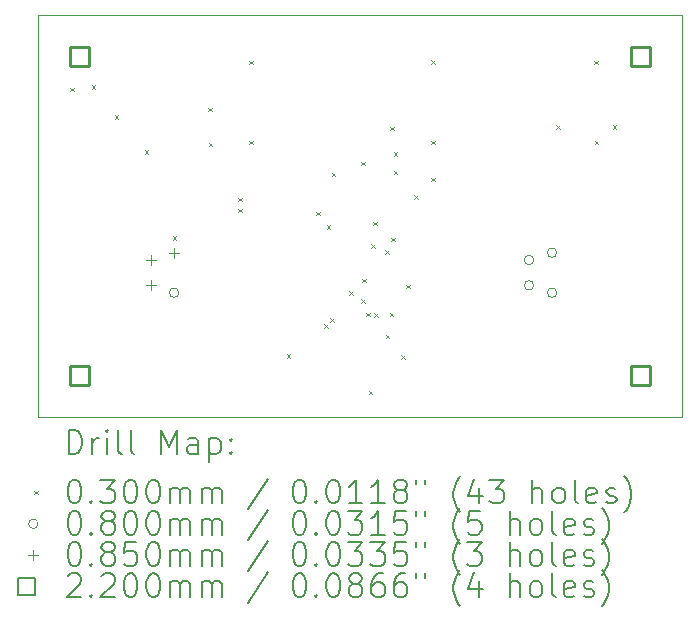
<source format=gbr>
%TF.GenerationSoftware,KiCad,Pcbnew,9.0.4*%
%TF.CreationDate,2025-12-23T06:35:13-05:00*%
%TF.ProjectId,main_board_peripheral_v2,6d61696e-5f62-46f6-9172-645f70657269,rev?*%
%TF.SameCoordinates,Original*%
%TF.FileFunction,Drillmap*%
%TF.FilePolarity,Positive*%
%FSLAX45Y45*%
G04 Gerber Fmt 4.5, Leading zero omitted, Abs format (unit mm)*
G04 Created by KiCad (PCBNEW 9.0.4) date 2025-12-23 06:35:13*
%MOMM*%
%LPD*%
G01*
G04 APERTURE LIST*
%ADD10C,0.050000*%
%ADD11C,0.200000*%
%ADD12C,0.100000*%
%ADD13C,0.220000*%
G04 APERTURE END LIST*
D10*
X8750000Y-7350000D02*
X14200000Y-7350000D01*
X14200000Y-10750000D01*
X8750000Y-10750000D01*
X8750000Y-7350000D01*
D11*
D12*
X9019000Y-7965000D02*
X9049000Y-7995000D01*
X9049000Y-7965000D02*
X9019000Y-7995000D01*
X9202000Y-7943000D02*
X9232000Y-7973000D01*
X9232000Y-7943000D02*
X9202000Y-7973000D01*
X9399000Y-8196000D02*
X9429000Y-8226000D01*
X9429000Y-8196000D02*
X9399000Y-8226000D01*
X9651000Y-8492000D02*
X9681000Y-8522000D01*
X9681000Y-8492000D02*
X9651000Y-8522000D01*
X9887000Y-9223000D02*
X9917000Y-9253000D01*
X9917000Y-9223000D02*
X9887000Y-9253000D01*
X10189000Y-8133000D02*
X10219000Y-8163000D01*
X10219000Y-8133000D02*
X10189000Y-8163000D01*
X10192000Y-8429000D02*
X10222000Y-8459000D01*
X10222000Y-8429000D02*
X10192000Y-8459000D01*
X10444500Y-8894000D02*
X10474500Y-8924000D01*
X10474500Y-8894000D02*
X10444500Y-8924000D01*
X10444500Y-8990000D02*
X10474500Y-9020000D01*
X10474500Y-8990000D02*
X10444500Y-9020000D01*
X10535000Y-7734000D02*
X10565000Y-7764000D01*
X10565000Y-7734000D02*
X10535000Y-7764000D01*
X10535000Y-8412500D02*
X10565000Y-8442500D01*
X10565000Y-8412500D02*
X10535000Y-8442500D01*
X10855000Y-10220000D02*
X10885000Y-10250000D01*
X10885000Y-10220000D02*
X10855000Y-10250000D01*
X11104000Y-9015000D02*
X11134000Y-9045000D01*
X11134000Y-9015000D02*
X11104000Y-9045000D01*
X11173251Y-9966349D02*
X11203251Y-9996349D01*
X11203251Y-9966349D02*
X11173251Y-9996349D01*
X11194000Y-9130000D02*
X11224000Y-9160000D01*
X11224000Y-9130000D02*
X11194000Y-9160000D01*
X11222749Y-9916851D02*
X11252749Y-9946851D01*
X11252749Y-9916851D02*
X11222749Y-9946851D01*
X11235000Y-8685000D02*
X11265000Y-8715000D01*
X11265000Y-8685000D02*
X11235000Y-8715000D01*
X11384500Y-9687500D02*
X11414500Y-9717500D01*
X11414500Y-9687500D02*
X11384500Y-9717500D01*
X11484000Y-9753000D02*
X11514000Y-9783000D01*
X11514000Y-9753000D02*
X11484000Y-9783000D01*
X11486000Y-8590000D02*
X11516000Y-8620000D01*
X11516000Y-8590000D02*
X11486000Y-8620000D01*
X11492000Y-9580000D02*
X11522000Y-9610000D01*
X11522000Y-9580000D02*
X11492000Y-9610000D01*
X11528662Y-9870918D02*
X11558662Y-9900918D01*
X11558662Y-9870918D02*
X11528662Y-9900918D01*
X11547000Y-10531000D02*
X11577000Y-10561000D01*
X11577000Y-10531000D02*
X11547000Y-10561000D01*
X11569817Y-9288663D02*
X11599817Y-9318663D01*
X11599817Y-9288663D02*
X11569817Y-9318663D01*
X11583575Y-9097425D02*
X11613575Y-9127425D01*
X11613575Y-9097425D02*
X11583575Y-9127425D01*
X11593645Y-9872373D02*
X11623645Y-9902373D01*
X11623645Y-9872373D02*
X11593645Y-9902373D01*
X11688000Y-9340000D02*
X11718000Y-9370000D01*
X11718000Y-9340000D02*
X11688000Y-9370000D01*
X11690000Y-10054000D02*
X11720000Y-10084000D01*
X11720000Y-10054000D02*
X11690000Y-10084000D01*
X11727000Y-9868849D02*
X11757000Y-9898849D01*
X11757000Y-9868849D02*
X11727000Y-9898849D01*
X11730000Y-8295000D02*
X11760000Y-8325000D01*
X11760000Y-8295000D02*
X11730000Y-8325000D01*
X11737000Y-9232500D02*
X11767000Y-9262500D01*
X11767000Y-9232500D02*
X11737000Y-9262500D01*
X11760500Y-8512500D02*
X11790500Y-8542500D01*
X11790500Y-8512500D02*
X11760500Y-8542500D01*
X11760500Y-8667500D02*
X11790500Y-8697500D01*
X11790500Y-8667500D02*
X11760500Y-8697500D01*
X11822500Y-10227500D02*
X11852500Y-10257500D01*
X11852500Y-10227500D02*
X11822500Y-10257500D01*
X11863000Y-9633000D02*
X11893000Y-9663000D01*
X11893000Y-9633000D02*
X11863000Y-9663000D01*
X11933000Y-8874000D02*
X11963000Y-8904000D01*
X11963000Y-8874000D02*
X11933000Y-8904000D01*
X12075000Y-8412500D02*
X12105000Y-8442500D01*
X12105000Y-8412500D02*
X12075000Y-8442500D01*
X12077000Y-8728000D02*
X12107000Y-8758000D01*
X12107000Y-8728000D02*
X12077000Y-8758000D01*
X12078000Y-7732000D02*
X12108000Y-7762000D01*
X12108000Y-7732000D02*
X12078000Y-7762000D01*
X13133000Y-8283000D02*
X13163000Y-8313000D01*
X13163000Y-8283000D02*
X13133000Y-8313000D01*
X13458000Y-7734000D02*
X13488000Y-7764000D01*
X13488000Y-7734000D02*
X13458000Y-7764000D01*
X13460000Y-8412500D02*
X13490000Y-8442500D01*
X13490000Y-8412500D02*
X13460000Y-8442500D01*
X13615000Y-8283000D02*
X13645000Y-8313000D01*
X13645000Y-8283000D02*
X13615000Y-8313000D01*
X9940000Y-9700000D02*
G75*
G02*
X9860000Y-9700000I-40000J0D01*
G01*
X9860000Y-9700000D02*
G75*
G02*
X9940000Y-9700000I40000J0D01*
G01*
X12945000Y-9422500D02*
G75*
G02*
X12865000Y-9422500I-40000J0D01*
G01*
X12865000Y-9422500D02*
G75*
G02*
X12945000Y-9422500I40000J0D01*
G01*
X12945000Y-9637500D02*
G75*
G02*
X12865000Y-9637500I-40000J0D01*
G01*
X12865000Y-9637500D02*
G75*
G02*
X12945000Y-9637500I40000J0D01*
G01*
X13140000Y-9360000D02*
G75*
G02*
X13060000Y-9360000I-40000J0D01*
G01*
X13060000Y-9360000D02*
G75*
G02*
X13140000Y-9360000I40000J0D01*
G01*
X13140000Y-9700000D02*
G75*
G02*
X13060000Y-9700000I-40000J0D01*
G01*
X13060000Y-9700000D02*
G75*
G02*
X13140000Y-9700000I40000J0D01*
G01*
X9705000Y-9380000D02*
X9705000Y-9465000D01*
X9662500Y-9422500D02*
X9747500Y-9422500D01*
X9705000Y-9595000D02*
X9705000Y-9680000D01*
X9662500Y-9637500D02*
X9747500Y-9637500D01*
X9900000Y-9317500D02*
X9900000Y-9402500D01*
X9857500Y-9360000D02*
X9942500Y-9360000D01*
D13*
X9177783Y-7777782D02*
X9177783Y-7622217D01*
X9022218Y-7622217D01*
X9022218Y-7777782D01*
X9177783Y-7777782D01*
X9177783Y-10477783D02*
X9177783Y-10322218D01*
X9022218Y-10322218D01*
X9022218Y-10477783D01*
X9177783Y-10477783D01*
X13927782Y-7777782D02*
X13927782Y-7622217D01*
X13772217Y-7622217D01*
X13772217Y-7777782D01*
X13927782Y-7777782D01*
X13927782Y-10477783D02*
X13927782Y-10322218D01*
X13772217Y-10322218D01*
X13772217Y-10477783D01*
X13927782Y-10477783D01*
D11*
X9008277Y-11063984D02*
X9008277Y-10863984D01*
X9008277Y-10863984D02*
X9055896Y-10863984D01*
X9055896Y-10863984D02*
X9084467Y-10873508D01*
X9084467Y-10873508D02*
X9103515Y-10892555D01*
X9103515Y-10892555D02*
X9113039Y-10911603D01*
X9113039Y-10911603D02*
X9122563Y-10949698D01*
X9122563Y-10949698D02*
X9122563Y-10978270D01*
X9122563Y-10978270D02*
X9113039Y-11016365D01*
X9113039Y-11016365D02*
X9103515Y-11035412D01*
X9103515Y-11035412D02*
X9084467Y-11054460D01*
X9084467Y-11054460D02*
X9055896Y-11063984D01*
X9055896Y-11063984D02*
X9008277Y-11063984D01*
X9208277Y-11063984D02*
X9208277Y-10930650D01*
X9208277Y-10968746D02*
X9217801Y-10949698D01*
X9217801Y-10949698D02*
X9227324Y-10940174D01*
X9227324Y-10940174D02*
X9246372Y-10930650D01*
X9246372Y-10930650D02*
X9265420Y-10930650D01*
X9332086Y-11063984D02*
X9332086Y-10930650D01*
X9332086Y-10863984D02*
X9322563Y-10873508D01*
X9322563Y-10873508D02*
X9332086Y-10883031D01*
X9332086Y-10883031D02*
X9341610Y-10873508D01*
X9341610Y-10873508D02*
X9332086Y-10863984D01*
X9332086Y-10863984D02*
X9332086Y-10883031D01*
X9455896Y-11063984D02*
X9436848Y-11054460D01*
X9436848Y-11054460D02*
X9427324Y-11035412D01*
X9427324Y-11035412D02*
X9427324Y-10863984D01*
X9560658Y-11063984D02*
X9541610Y-11054460D01*
X9541610Y-11054460D02*
X9532086Y-11035412D01*
X9532086Y-11035412D02*
X9532086Y-10863984D01*
X9789229Y-11063984D02*
X9789229Y-10863984D01*
X9789229Y-10863984D02*
X9855896Y-11006841D01*
X9855896Y-11006841D02*
X9922563Y-10863984D01*
X9922563Y-10863984D02*
X9922563Y-11063984D01*
X10103515Y-11063984D02*
X10103515Y-10959222D01*
X10103515Y-10959222D02*
X10093991Y-10940174D01*
X10093991Y-10940174D02*
X10074944Y-10930650D01*
X10074944Y-10930650D02*
X10036848Y-10930650D01*
X10036848Y-10930650D02*
X10017801Y-10940174D01*
X10103515Y-11054460D02*
X10084467Y-11063984D01*
X10084467Y-11063984D02*
X10036848Y-11063984D01*
X10036848Y-11063984D02*
X10017801Y-11054460D01*
X10017801Y-11054460D02*
X10008277Y-11035412D01*
X10008277Y-11035412D02*
X10008277Y-11016365D01*
X10008277Y-11016365D02*
X10017801Y-10997317D01*
X10017801Y-10997317D02*
X10036848Y-10987793D01*
X10036848Y-10987793D02*
X10084467Y-10987793D01*
X10084467Y-10987793D02*
X10103515Y-10978270D01*
X10198753Y-10930650D02*
X10198753Y-11130650D01*
X10198753Y-10940174D02*
X10217801Y-10930650D01*
X10217801Y-10930650D02*
X10255896Y-10930650D01*
X10255896Y-10930650D02*
X10274944Y-10940174D01*
X10274944Y-10940174D02*
X10284467Y-10949698D01*
X10284467Y-10949698D02*
X10293991Y-10968746D01*
X10293991Y-10968746D02*
X10293991Y-11025889D01*
X10293991Y-11025889D02*
X10284467Y-11044936D01*
X10284467Y-11044936D02*
X10274944Y-11054460D01*
X10274944Y-11054460D02*
X10255896Y-11063984D01*
X10255896Y-11063984D02*
X10217801Y-11063984D01*
X10217801Y-11063984D02*
X10198753Y-11054460D01*
X10379705Y-11044936D02*
X10389229Y-11054460D01*
X10389229Y-11054460D02*
X10379705Y-11063984D01*
X10379705Y-11063984D02*
X10370182Y-11054460D01*
X10370182Y-11054460D02*
X10379705Y-11044936D01*
X10379705Y-11044936D02*
X10379705Y-11063984D01*
X10379705Y-10940174D02*
X10389229Y-10949698D01*
X10389229Y-10949698D02*
X10379705Y-10959222D01*
X10379705Y-10959222D02*
X10370182Y-10949698D01*
X10370182Y-10949698D02*
X10379705Y-10940174D01*
X10379705Y-10940174D02*
X10379705Y-10959222D01*
D12*
X8717500Y-11377500D02*
X8747500Y-11407500D01*
X8747500Y-11377500D02*
X8717500Y-11407500D01*
D11*
X9046372Y-11283984D02*
X9065420Y-11283984D01*
X9065420Y-11283984D02*
X9084467Y-11293508D01*
X9084467Y-11293508D02*
X9093991Y-11303031D01*
X9093991Y-11303031D02*
X9103515Y-11322079D01*
X9103515Y-11322079D02*
X9113039Y-11360174D01*
X9113039Y-11360174D02*
X9113039Y-11407793D01*
X9113039Y-11407793D02*
X9103515Y-11445888D01*
X9103515Y-11445888D02*
X9093991Y-11464936D01*
X9093991Y-11464936D02*
X9084467Y-11474460D01*
X9084467Y-11474460D02*
X9065420Y-11483984D01*
X9065420Y-11483984D02*
X9046372Y-11483984D01*
X9046372Y-11483984D02*
X9027324Y-11474460D01*
X9027324Y-11474460D02*
X9017801Y-11464936D01*
X9017801Y-11464936D02*
X9008277Y-11445888D01*
X9008277Y-11445888D02*
X8998753Y-11407793D01*
X8998753Y-11407793D02*
X8998753Y-11360174D01*
X8998753Y-11360174D02*
X9008277Y-11322079D01*
X9008277Y-11322079D02*
X9017801Y-11303031D01*
X9017801Y-11303031D02*
X9027324Y-11293508D01*
X9027324Y-11293508D02*
X9046372Y-11283984D01*
X9198753Y-11464936D02*
X9208277Y-11474460D01*
X9208277Y-11474460D02*
X9198753Y-11483984D01*
X9198753Y-11483984D02*
X9189229Y-11474460D01*
X9189229Y-11474460D02*
X9198753Y-11464936D01*
X9198753Y-11464936D02*
X9198753Y-11483984D01*
X9274944Y-11283984D02*
X9398753Y-11283984D01*
X9398753Y-11283984D02*
X9332086Y-11360174D01*
X9332086Y-11360174D02*
X9360658Y-11360174D01*
X9360658Y-11360174D02*
X9379705Y-11369698D01*
X9379705Y-11369698D02*
X9389229Y-11379222D01*
X9389229Y-11379222D02*
X9398753Y-11398269D01*
X9398753Y-11398269D02*
X9398753Y-11445888D01*
X9398753Y-11445888D02*
X9389229Y-11464936D01*
X9389229Y-11464936D02*
X9379705Y-11474460D01*
X9379705Y-11474460D02*
X9360658Y-11483984D01*
X9360658Y-11483984D02*
X9303515Y-11483984D01*
X9303515Y-11483984D02*
X9284467Y-11474460D01*
X9284467Y-11474460D02*
X9274944Y-11464936D01*
X9522563Y-11283984D02*
X9541610Y-11283984D01*
X9541610Y-11283984D02*
X9560658Y-11293508D01*
X9560658Y-11293508D02*
X9570182Y-11303031D01*
X9570182Y-11303031D02*
X9579705Y-11322079D01*
X9579705Y-11322079D02*
X9589229Y-11360174D01*
X9589229Y-11360174D02*
X9589229Y-11407793D01*
X9589229Y-11407793D02*
X9579705Y-11445888D01*
X9579705Y-11445888D02*
X9570182Y-11464936D01*
X9570182Y-11464936D02*
X9560658Y-11474460D01*
X9560658Y-11474460D02*
X9541610Y-11483984D01*
X9541610Y-11483984D02*
X9522563Y-11483984D01*
X9522563Y-11483984D02*
X9503515Y-11474460D01*
X9503515Y-11474460D02*
X9493991Y-11464936D01*
X9493991Y-11464936D02*
X9484467Y-11445888D01*
X9484467Y-11445888D02*
X9474944Y-11407793D01*
X9474944Y-11407793D02*
X9474944Y-11360174D01*
X9474944Y-11360174D02*
X9484467Y-11322079D01*
X9484467Y-11322079D02*
X9493991Y-11303031D01*
X9493991Y-11303031D02*
X9503515Y-11293508D01*
X9503515Y-11293508D02*
X9522563Y-11283984D01*
X9713039Y-11283984D02*
X9732086Y-11283984D01*
X9732086Y-11283984D02*
X9751134Y-11293508D01*
X9751134Y-11293508D02*
X9760658Y-11303031D01*
X9760658Y-11303031D02*
X9770182Y-11322079D01*
X9770182Y-11322079D02*
X9779705Y-11360174D01*
X9779705Y-11360174D02*
X9779705Y-11407793D01*
X9779705Y-11407793D02*
X9770182Y-11445888D01*
X9770182Y-11445888D02*
X9760658Y-11464936D01*
X9760658Y-11464936D02*
X9751134Y-11474460D01*
X9751134Y-11474460D02*
X9732086Y-11483984D01*
X9732086Y-11483984D02*
X9713039Y-11483984D01*
X9713039Y-11483984D02*
X9693991Y-11474460D01*
X9693991Y-11474460D02*
X9684467Y-11464936D01*
X9684467Y-11464936D02*
X9674944Y-11445888D01*
X9674944Y-11445888D02*
X9665420Y-11407793D01*
X9665420Y-11407793D02*
X9665420Y-11360174D01*
X9665420Y-11360174D02*
X9674944Y-11322079D01*
X9674944Y-11322079D02*
X9684467Y-11303031D01*
X9684467Y-11303031D02*
X9693991Y-11293508D01*
X9693991Y-11293508D02*
X9713039Y-11283984D01*
X9865420Y-11483984D02*
X9865420Y-11350650D01*
X9865420Y-11369698D02*
X9874944Y-11360174D01*
X9874944Y-11360174D02*
X9893991Y-11350650D01*
X9893991Y-11350650D02*
X9922563Y-11350650D01*
X9922563Y-11350650D02*
X9941610Y-11360174D01*
X9941610Y-11360174D02*
X9951134Y-11379222D01*
X9951134Y-11379222D02*
X9951134Y-11483984D01*
X9951134Y-11379222D02*
X9960658Y-11360174D01*
X9960658Y-11360174D02*
X9979705Y-11350650D01*
X9979705Y-11350650D02*
X10008277Y-11350650D01*
X10008277Y-11350650D02*
X10027325Y-11360174D01*
X10027325Y-11360174D02*
X10036848Y-11379222D01*
X10036848Y-11379222D02*
X10036848Y-11483984D01*
X10132086Y-11483984D02*
X10132086Y-11350650D01*
X10132086Y-11369698D02*
X10141610Y-11360174D01*
X10141610Y-11360174D02*
X10160658Y-11350650D01*
X10160658Y-11350650D02*
X10189229Y-11350650D01*
X10189229Y-11350650D02*
X10208277Y-11360174D01*
X10208277Y-11360174D02*
X10217801Y-11379222D01*
X10217801Y-11379222D02*
X10217801Y-11483984D01*
X10217801Y-11379222D02*
X10227325Y-11360174D01*
X10227325Y-11360174D02*
X10246372Y-11350650D01*
X10246372Y-11350650D02*
X10274944Y-11350650D01*
X10274944Y-11350650D02*
X10293991Y-11360174D01*
X10293991Y-11360174D02*
X10303515Y-11379222D01*
X10303515Y-11379222D02*
X10303515Y-11483984D01*
X10693991Y-11274460D02*
X10522563Y-11531603D01*
X10951134Y-11283984D02*
X10970182Y-11283984D01*
X10970182Y-11283984D02*
X10989229Y-11293508D01*
X10989229Y-11293508D02*
X10998753Y-11303031D01*
X10998753Y-11303031D02*
X11008277Y-11322079D01*
X11008277Y-11322079D02*
X11017801Y-11360174D01*
X11017801Y-11360174D02*
X11017801Y-11407793D01*
X11017801Y-11407793D02*
X11008277Y-11445888D01*
X11008277Y-11445888D02*
X10998753Y-11464936D01*
X10998753Y-11464936D02*
X10989229Y-11474460D01*
X10989229Y-11474460D02*
X10970182Y-11483984D01*
X10970182Y-11483984D02*
X10951134Y-11483984D01*
X10951134Y-11483984D02*
X10932087Y-11474460D01*
X10932087Y-11474460D02*
X10922563Y-11464936D01*
X10922563Y-11464936D02*
X10913039Y-11445888D01*
X10913039Y-11445888D02*
X10903515Y-11407793D01*
X10903515Y-11407793D02*
X10903515Y-11360174D01*
X10903515Y-11360174D02*
X10913039Y-11322079D01*
X10913039Y-11322079D02*
X10922563Y-11303031D01*
X10922563Y-11303031D02*
X10932087Y-11293508D01*
X10932087Y-11293508D02*
X10951134Y-11283984D01*
X11103515Y-11464936D02*
X11113039Y-11474460D01*
X11113039Y-11474460D02*
X11103515Y-11483984D01*
X11103515Y-11483984D02*
X11093991Y-11474460D01*
X11093991Y-11474460D02*
X11103515Y-11464936D01*
X11103515Y-11464936D02*
X11103515Y-11483984D01*
X11236848Y-11283984D02*
X11255896Y-11283984D01*
X11255896Y-11283984D02*
X11274944Y-11293508D01*
X11274944Y-11293508D02*
X11284467Y-11303031D01*
X11284467Y-11303031D02*
X11293991Y-11322079D01*
X11293991Y-11322079D02*
X11303515Y-11360174D01*
X11303515Y-11360174D02*
X11303515Y-11407793D01*
X11303515Y-11407793D02*
X11293991Y-11445888D01*
X11293991Y-11445888D02*
X11284467Y-11464936D01*
X11284467Y-11464936D02*
X11274944Y-11474460D01*
X11274944Y-11474460D02*
X11255896Y-11483984D01*
X11255896Y-11483984D02*
X11236848Y-11483984D01*
X11236848Y-11483984D02*
X11217801Y-11474460D01*
X11217801Y-11474460D02*
X11208277Y-11464936D01*
X11208277Y-11464936D02*
X11198753Y-11445888D01*
X11198753Y-11445888D02*
X11189229Y-11407793D01*
X11189229Y-11407793D02*
X11189229Y-11360174D01*
X11189229Y-11360174D02*
X11198753Y-11322079D01*
X11198753Y-11322079D02*
X11208277Y-11303031D01*
X11208277Y-11303031D02*
X11217801Y-11293508D01*
X11217801Y-11293508D02*
X11236848Y-11283984D01*
X11493991Y-11483984D02*
X11379706Y-11483984D01*
X11436848Y-11483984D02*
X11436848Y-11283984D01*
X11436848Y-11283984D02*
X11417801Y-11312555D01*
X11417801Y-11312555D02*
X11398753Y-11331603D01*
X11398753Y-11331603D02*
X11379706Y-11341127D01*
X11684467Y-11483984D02*
X11570182Y-11483984D01*
X11627325Y-11483984D02*
X11627325Y-11283984D01*
X11627325Y-11283984D02*
X11608277Y-11312555D01*
X11608277Y-11312555D02*
X11589229Y-11331603D01*
X11589229Y-11331603D02*
X11570182Y-11341127D01*
X11798753Y-11369698D02*
X11779706Y-11360174D01*
X11779706Y-11360174D02*
X11770182Y-11350650D01*
X11770182Y-11350650D02*
X11760658Y-11331603D01*
X11760658Y-11331603D02*
X11760658Y-11322079D01*
X11760658Y-11322079D02*
X11770182Y-11303031D01*
X11770182Y-11303031D02*
X11779706Y-11293508D01*
X11779706Y-11293508D02*
X11798753Y-11283984D01*
X11798753Y-11283984D02*
X11836848Y-11283984D01*
X11836848Y-11283984D02*
X11855896Y-11293508D01*
X11855896Y-11293508D02*
X11865420Y-11303031D01*
X11865420Y-11303031D02*
X11874944Y-11322079D01*
X11874944Y-11322079D02*
X11874944Y-11331603D01*
X11874944Y-11331603D02*
X11865420Y-11350650D01*
X11865420Y-11350650D02*
X11855896Y-11360174D01*
X11855896Y-11360174D02*
X11836848Y-11369698D01*
X11836848Y-11369698D02*
X11798753Y-11369698D01*
X11798753Y-11369698D02*
X11779706Y-11379222D01*
X11779706Y-11379222D02*
X11770182Y-11388746D01*
X11770182Y-11388746D02*
X11760658Y-11407793D01*
X11760658Y-11407793D02*
X11760658Y-11445888D01*
X11760658Y-11445888D02*
X11770182Y-11464936D01*
X11770182Y-11464936D02*
X11779706Y-11474460D01*
X11779706Y-11474460D02*
X11798753Y-11483984D01*
X11798753Y-11483984D02*
X11836848Y-11483984D01*
X11836848Y-11483984D02*
X11855896Y-11474460D01*
X11855896Y-11474460D02*
X11865420Y-11464936D01*
X11865420Y-11464936D02*
X11874944Y-11445888D01*
X11874944Y-11445888D02*
X11874944Y-11407793D01*
X11874944Y-11407793D02*
X11865420Y-11388746D01*
X11865420Y-11388746D02*
X11855896Y-11379222D01*
X11855896Y-11379222D02*
X11836848Y-11369698D01*
X11951134Y-11283984D02*
X11951134Y-11322079D01*
X12027325Y-11283984D02*
X12027325Y-11322079D01*
X12322563Y-11560174D02*
X12313039Y-11550650D01*
X12313039Y-11550650D02*
X12293991Y-11522079D01*
X12293991Y-11522079D02*
X12284468Y-11503031D01*
X12284468Y-11503031D02*
X12274944Y-11474460D01*
X12274944Y-11474460D02*
X12265420Y-11426841D01*
X12265420Y-11426841D02*
X12265420Y-11388746D01*
X12265420Y-11388746D02*
X12274944Y-11341127D01*
X12274944Y-11341127D02*
X12284468Y-11312555D01*
X12284468Y-11312555D02*
X12293991Y-11293508D01*
X12293991Y-11293508D02*
X12313039Y-11264936D01*
X12313039Y-11264936D02*
X12322563Y-11255412D01*
X12484468Y-11350650D02*
X12484468Y-11483984D01*
X12436848Y-11274460D02*
X12389229Y-11417317D01*
X12389229Y-11417317D02*
X12513039Y-11417317D01*
X12570182Y-11283984D02*
X12693991Y-11283984D01*
X12693991Y-11283984D02*
X12627325Y-11360174D01*
X12627325Y-11360174D02*
X12655896Y-11360174D01*
X12655896Y-11360174D02*
X12674944Y-11369698D01*
X12674944Y-11369698D02*
X12684468Y-11379222D01*
X12684468Y-11379222D02*
X12693991Y-11398269D01*
X12693991Y-11398269D02*
X12693991Y-11445888D01*
X12693991Y-11445888D02*
X12684468Y-11464936D01*
X12684468Y-11464936D02*
X12674944Y-11474460D01*
X12674944Y-11474460D02*
X12655896Y-11483984D01*
X12655896Y-11483984D02*
X12598753Y-11483984D01*
X12598753Y-11483984D02*
X12579706Y-11474460D01*
X12579706Y-11474460D02*
X12570182Y-11464936D01*
X12932087Y-11483984D02*
X12932087Y-11283984D01*
X13017801Y-11483984D02*
X13017801Y-11379222D01*
X13017801Y-11379222D02*
X13008277Y-11360174D01*
X13008277Y-11360174D02*
X12989230Y-11350650D01*
X12989230Y-11350650D02*
X12960658Y-11350650D01*
X12960658Y-11350650D02*
X12941610Y-11360174D01*
X12941610Y-11360174D02*
X12932087Y-11369698D01*
X13141610Y-11483984D02*
X13122563Y-11474460D01*
X13122563Y-11474460D02*
X13113039Y-11464936D01*
X13113039Y-11464936D02*
X13103515Y-11445888D01*
X13103515Y-11445888D02*
X13103515Y-11388746D01*
X13103515Y-11388746D02*
X13113039Y-11369698D01*
X13113039Y-11369698D02*
X13122563Y-11360174D01*
X13122563Y-11360174D02*
X13141610Y-11350650D01*
X13141610Y-11350650D02*
X13170182Y-11350650D01*
X13170182Y-11350650D02*
X13189230Y-11360174D01*
X13189230Y-11360174D02*
X13198753Y-11369698D01*
X13198753Y-11369698D02*
X13208277Y-11388746D01*
X13208277Y-11388746D02*
X13208277Y-11445888D01*
X13208277Y-11445888D02*
X13198753Y-11464936D01*
X13198753Y-11464936D02*
X13189230Y-11474460D01*
X13189230Y-11474460D02*
X13170182Y-11483984D01*
X13170182Y-11483984D02*
X13141610Y-11483984D01*
X13322563Y-11483984D02*
X13303515Y-11474460D01*
X13303515Y-11474460D02*
X13293991Y-11455412D01*
X13293991Y-11455412D02*
X13293991Y-11283984D01*
X13474944Y-11474460D02*
X13455896Y-11483984D01*
X13455896Y-11483984D02*
X13417801Y-11483984D01*
X13417801Y-11483984D02*
X13398753Y-11474460D01*
X13398753Y-11474460D02*
X13389230Y-11455412D01*
X13389230Y-11455412D02*
X13389230Y-11379222D01*
X13389230Y-11379222D02*
X13398753Y-11360174D01*
X13398753Y-11360174D02*
X13417801Y-11350650D01*
X13417801Y-11350650D02*
X13455896Y-11350650D01*
X13455896Y-11350650D02*
X13474944Y-11360174D01*
X13474944Y-11360174D02*
X13484468Y-11379222D01*
X13484468Y-11379222D02*
X13484468Y-11398269D01*
X13484468Y-11398269D02*
X13389230Y-11417317D01*
X13560658Y-11474460D02*
X13579706Y-11483984D01*
X13579706Y-11483984D02*
X13617801Y-11483984D01*
X13617801Y-11483984D02*
X13636849Y-11474460D01*
X13636849Y-11474460D02*
X13646372Y-11455412D01*
X13646372Y-11455412D02*
X13646372Y-11445888D01*
X13646372Y-11445888D02*
X13636849Y-11426841D01*
X13636849Y-11426841D02*
X13617801Y-11417317D01*
X13617801Y-11417317D02*
X13589230Y-11417317D01*
X13589230Y-11417317D02*
X13570182Y-11407793D01*
X13570182Y-11407793D02*
X13560658Y-11388746D01*
X13560658Y-11388746D02*
X13560658Y-11379222D01*
X13560658Y-11379222D02*
X13570182Y-11360174D01*
X13570182Y-11360174D02*
X13589230Y-11350650D01*
X13589230Y-11350650D02*
X13617801Y-11350650D01*
X13617801Y-11350650D02*
X13636849Y-11360174D01*
X13713039Y-11560174D02*
X13722563Y-11550650D01*
X13722563Y-11550650D02*
X13741611Y-11522079D01*
X13741611Y-11522079D02*
X13751134Y-11503031D01*
X13751134Y-11503031D02*
X13760658Y-11474460D01*
X13760658Y-11474460D02*
X13770182Y-11426841D01*
X13770182Y-11426841D02*
X13770182Y-11388746D01*
X13770182Y-11388746D02*
X13760658Y-11341127D01*
X13760658Y-11341127D02*
X13751134Y-11312555D01*
X13751134Y-11312555D02*
X13741611Y-11293508D01*
X13741611Y-11293508D02*
X13722563Y-11264936D01*
X13722563Y-11264936D02*
X13713039Y-11255412D01*
D12*
X8747500Y-11656500D02*
G75*
G02*
X8667500Y-11656500I-40000J0D01*
G01*
X8667500Y-11656500D02*
G75*
G02*
X8747500Y-11656500I40000J0D01*
G01*
D11*
X9046372Y-11547984D02*
X9065420Y-11547984D01*
X9065420Y-11547984D02*
X9084467Y-11557508D01*
X9084467Y-11557508D02*
X9093991Y-11567031D01*
X9093991Y-11567031D02*
X9103515Y-11586079D01*
X9103515Y-11586079D02*
X9113039Y-11624174D01*
X9113039Y-11624174D02*
X9113039Y-11671793D01*
X9113039Y-11671793D02*
X9103515Y-11709888D01*
X9103515Y-11709888D02*
X9093991Y-11728936D01*
X9093991Y-11728936D02*
X9084467Y-11738460D01*
X9084467Y-11738460D02*
X9065420Y-11747984D01*
X9065420Y-11747984D02*
X9046372Y-11747984D01*
X9046372Y-11747984D02*
X9027324Y-11738460D01*
X9027324Y-11738460D02*
X9017801Y-11728936D01*
X9017801Y-11728936D02*
X9008277Y-11709888D01*
X9008277Y-11709888D02*
X8998753Y-11671793D01*
X8998753Y-11671793D02*
X8998753Y-11624174D01*
X8998753Y-11624174D02*
X9008277Y-11586079D01*
X9008277Y-11586079D02*
X9017801Y-11567031D01*
X9017801Y-11567031D02*
X9027324Y-11557508D01*
X9027324Y-11557508D02*
X9046372Y-11547984D01*
X9198753Y-11728936D02*
X9208277Y-11738460D01*
X9208277Y-11738460D02*
X9198753Y-11747984D01*
X9198753Y-11747984D02*
X9189229Y-11738460D01*
X9189229Y-11738460D02*
X9198753Y-11728936D01*
X9198753Y-11728936D02*
X9198753Y-11747984D01*
X9322563Y-11633698D02*
X9303515Y-11624174D01*
X9303515Y-11624174D02*
X9293991Y-11614650D01*
X9293991Y-11614650D02*
X9284467Y-11595603D01*
X9284467Y-11595603D02*
X9284467Y-11586079D01*
X9284467Y-11586079D02*
X9293991Y-11567031D01*
X9293991Y-11567031D02*
X9303515Y-11557508D01*
X9303515Y-11557508D02*
X9322563Y-11547984D01*
X9322563Y-11547984D02*
X9360658Y-11547984D01*
X9360658Y-11547984D02*
X9379705Y-11557508D01*
X9379705Y-11557508D02*
X9389229Y-11567031D01*
X9389229Y-11567031D02*
X9398753Y-11586079D01*
X9398753Y-11586079D02*
X9398753Y-11595603D01*
X9398753Y-11595603D02*
X9389229Y-11614650D01*
X9389229Y-11614650D02*
X9379705Y-11624174D01*
X9379705Y-11624174D02*
X9360658Y-11633698D01*
X9360658Y-11633698D02*
X9322563Y-11633698D01*
X9322563Y-11633698D02*
X9303515Y-11643222D01*
X9303515Y-11643222D02*
X9293991Y-11652746D01*
X9293991Y-11652746D02*
X9284467Y-11671793D01*
X9284467Y-11671793D02*
X9284467Y-11709888D01*
X9284467Y-11709888D02*
X9293991Y-11728936D01*
X9293991Y-11728936D02*
X9303515Y-11738460D01*
X9303515Y-11738460D02*
X9322563Y-11747984D01*
X9322563Y-11747984D02*
X9360658Y-11747984D01*
X9360658Y-11747984D02*
X9379705Y-11738460D01*
X9379705Y-11738460D02*
X9389229Y-11728936D01*
X9389229Y-11728936D02*
X9398753Y-11709888D01*
X9398753Y-11709888D02*
X9398753Y-11671793D01*
X9398753Y-11671793D02*
X9389229Y-11652746D01*
X9389229Y-11652746D02*
X9379705Y-11643222D01*
X9379705Y-11643222D02*
X9360658Y-11633698D01*
X9522563Y-11547984D02*
X9541610Y-11547984D01*
X9541610Y-11547984D02*
X9560658Y-11557508D01*
X9560658Y-11557508D02*
X9570182Y-11567031D01*
X9570182Y-11567031D02*
X9579705Y-11586079D01*
X9579705Y-11586079D02*
X9589229Y-11624174D01*
X9589229Y-11624174D02*
X9589229Y-11671793D01*
X9589229Y-11671793D02*
X9579705Y-11709888D01*
X9579705Y-11709888D02*
X9570182Y-11728936D01*
X9570182Y-11728936D02*
X9560658Y-11738460D01*
X9560658Y-11738460D02*
X9541610Y-11747984D01*
X9541610Y-11747984D02*
X9522563Y-11747984D01*
X9522563Y-11747984D02*
X9503515Y-11738460D01*
X9503515Y-11738460D02*
X9493991Y-11728936D01*
X9493991Y-11728936D02*
X9484467Y-11709888D01*
X9484467Y-11709888D02*
X9474944Y-11671793D01*
X9474944Y-11671793D02*
X9474944Y-11624174D01*
X9474944Y-11624174D02*
X9484467Y-11586079D01*
X9484467Y-11586079D02*
X9493991Y-11567031D01*
X9493991Y-11567031D02*
X9503515Y-11557508D01*
X9503515Y-11557508D02*
X9522563Y-11547984D01*
X9713039Y-11547984D02*
X9732086Y-11547984D01*
X9732086Y-11547984D02*
X9751134Y-11557508D01*
X9751134Y-11557508D02*
X9760658Y-11567031D01*
X9760658Y-11567031D02*
X9770182Y-11586079D01*
X9770182Y-11586079D02*
X9779705Y-11624174D01*
X9779705Y-11624174D02*
X9779705Y-11671793D01*
X9779705Y-11671793D02*
X9770182Y-11709888D01*
X9770182Y-11709888D02*
X9760658Y-11728936D01*
X9760658Y-11728936D02*
X9751134Y-11738460D01*
X9751134Y-11738460D02*
X9732086Y-11747984D01*
X9732086Y-11747984D02*
X9713039Y-11747984D01*
X9713039Y-11747984D02*
X9693991Y-11738460D01*
X9693991Y-11738460D02*
X9684467Y-11728936D01*
X9684467Y-11728936D02*
X9674944Y-11709888D01*
X9674944Y-11709888D02*
X9665420Y-11671793D01*
X9665420Y-11671793D02*
X9665420Y-11624174D01*
X9665420Y-11624174D02*
X9674944Y-11586079D01*
X9674944Y-11586079D02*
X9684467Y-11567031D01*
X9684467Y-11567031D02*
X9693991Y-11557508D01*
X9693991Y-11557508D02*
X9713039Y-11547984D01*
X9865420Y-11747984D02*
X9865420Y-11614650D01*
X9865420Y-11633698D02*
X9874944Y-11624174D01*
X9874944Y-11624174D02*
X9893991Y-11614650D01*
X9893991Y-11614650D02*
X9922563Y-11614650D01*
X9922563Y-11614650D02*
X9941610Y-11624174D01*
X9941610Y-11624174D02*
X9951134Y-11643222D01*
X9951134Y-11643222D02*
X9951134Y-11747984D01*
X9951134Y-11643222D02*
X9960658Y-11624174D01*
X9960658Y-11624174D02*
X9979705Y-11614650D01*
X9979705Y-11614650D02*
X10008277Y-11614650D01*
X10008277Y-11614650D02*
X10027325Y-11624174D01*
X10027325Y-11624174D02*
X10036848Y-11643222D01*
X10036848Y-11643222D02*
X10036848Y-11747984D01*
X10132086Y-11747984D02*
X10132086Y-11614650D01*
X10132086Y-11633698D02*
X10141610Y-11624174D01*
X10141610Y-11624174D02*
X10160658Y-11614650D01*
X10160658Y-11614650D02*
X10189229Y-11614650D01*
X10189229Y-11614650D02*
X10208277Y-11624174D01*
X10208277Y-11624174D02*
X10217801Y-11643222D01*
X10217801Y-11643222D02*
X10217801Y-11747984D01*
X10217801Y-11643222D02*
X10227325Y-11624174D01*
X10227325Y-11624174D02*
X10246372Y-11614650D01*
X10246372Y-11614650D02*
X10274944Y-11614650D01*
X10274944Y-11614650D02*
X10293991Y-11624174D01*
X10293991Y-11624174D02*
X10303515Y-11643222D01*
X10303515Y-11643222D02*
X10303515Y-11747984D01*
X10693991Y-11538460D02*
X10522563Y-11795603D01*
X10951134Y-11547984D02*
X10970182Y-11547984D01*
X10970182Y-11547984D02*
X10989229Y-11557508D01*
X10989229Y-11557508D02*
X10998753Y-11567031D01*
X10998753Y-11567031D02*
X11008277Y-11586079D01*
X11008277Y-11586079D02*
X11017801Y-11624174D01*
X11017801Y-11624174D02*
X11017801Y-11671793D01*
X11017801Y-11671793D02*
X11008277Y-11709888D01*
X11008277Y-11709888D02*
X10998753Y-11728936D01*
X10998753Y-11728936D02*
X10989229Y-11738460D01*
X10989229Y-11738460D02*
X10970182Y-11747984D01*
X10970182Y-11747984D02*
X10951134Y-11747984D01*
X10951134Y-11747984D02*
X10932087Y-11738460D01*
X10932087Y-11738460D02*
X10922563Y-11728936D01*
X10922563Y-11728936D02*
X10913039Y-11709888D01*
X10913039Y-11709888D02*
X10903515Y-11671793D01*
X10903515Y-11671793D02*
X10903515Y-11624174D01*
X10903515Y-11624174D02*
X10913039Y-11586079D01*
X10913039Y-11586079D02*
X10922563Y-11567031D01*
X10922563Y-11567031D02*
X10932087Y-11557508D01*
X10932087Y-11557508D02*
X10951134Y-11547984D01*
X11103515Y-11728936D02*
X11113039Y-11738460D01*
X11113039Y-11738460D02*
X11103515Y-11747984D01*
X11103515Y-11747984D02*
X11093991Y-11738460D01*
X11093991Y-11738460D02*
X11103515Y-11728936D01*
X11103515Y-11728936D02*
X11103515Y-11747984D01*
X11236848Y-11547984D02*
X11255896Y-11547984D01*
X11255896Y-11547984D02*
X11274944Y-11557508D01*
X11274944Y-11557508D02*
X11284467Y-11567031D01*
X11284467Y-11567031D02*
X11293991Y-11586079D01*
X11293991Y-11586079D02*
X11303515Y-11624174D01*
X11303515Y-11624174D02*
X11303515Y-11671793D01*
X11303515Y-11671793D02*
X11293991Y-11709888D01*
X11293991Y-11709888D02*
X11284467Y-11728936D01*
X11284467Y-11728936D02*
X11274944Y-11738460D01*
X11274944Y-11738460D02*
X11255896Y-11747984D01*
X11255896Y-11747984D02*
X11236848Y-11747984D01*
X11236848Y-11747984D02*
X11217801Y-11738460D01*
X11217801Y-11738460D02*
X11208277Y-11728936D01*
X11208277Y-11728936D02*
X11198753Y-11709888D01*
X11198753Y-11709888D02*
X11189229Y-11671793D01*
X11189229Y-11671793D02*
X11189229Y-11624174D01*
X11189229Y-11624174D02*
X11198753Y-11586079D01*
X11198753Y-11586079D02*
X11208277Y-11567031D01*
X11208277Y-11567031D02*
X11217801Y-11557508D01*
X11217801Y-11557508D02*
X11236848Y-11547984D01*
X11370182Y-11547984D02*
X11493991Y-11547984D01*
X11493991Y-11547984D02*
X11427325Y-11624174D01*
X11427325Y-11624174D02*
X11455896Y-11624174D01*
X11455896Y-11624174D02*
X11474944Y-11633698D01*
X11474944Y-11633698D02*
X11484467Y-11643222D01*
X11484467Y-11643222D02*
X11493991Y-11662269D01*
X11493991Y-11662269D02*
X11493991Y-11709888D01*
X11493991Y-11709888D02*
X11484467Y-11728936D01*
X11484467Y-11728936D02*
X11474944Y-11738460D01*
X11474944Y-11738460D02*
X11455896Y-11747984D01*
X11455896Y-11747984D02*
X11398753Y-11747984D01*
X11398753Y-11747984D02*
X11379706Y-11738460D01*
X11379706Y-11738460D02*
X11370182Y-11728936D01*
X11684467Y-11747984D02*
X11570182Y-11747984D01*
X11627325Y-11747984D02*
X11627325Y-11547984D01*
X11627325Y-11547984D02*
X11608277Y-11576555D01*
X11608277Y-11576555D02*
X11589229Y-11595603D01*
X11589229Y-11595603D02*
X11570182Y-11605127D01*
X11865420Y-11547984D02*
X11770182Y-11547984D01*
X11770182Y-11547984D02*
X11760658Y-11643222D01*
X11760658Y-11643222D02*
X11770182Y-11633698D01*
X11770182Y-11633698D02*
X11789229Y-11624174D01*
X11789229Y-11624174D02*
X11836848Y-11624174D01*
X11836848Y-11624174D02*
X11855896Y-11633698D01*
X11855896Y-11633698D02*
X11865420Y-11643222D01*
X11865420Y-11643222D02*
X11874944Y-11662269D01*
X11874944Y-11662269D02*
X11874944Y-11709888D01*
X11874944Y-11709888D02*
X11865420Y-11728936D01*
X11865420Y-11728936D02*
X11855896Y-11738460D01*
X11855896Y-11738460D02*
X11836848Y-11747984D01*
X11836848Y-11747984D02*
X11789229Y-11747984D01*
X11789229Y-11747984D02*
X11770182Y-11738460D01*
X11770182Y-11738460D02*
X11760658Y-11728936D01*
X11951134Y-11547984D02*
X11951134Y-11586079D01*
X12027325Y-11547984D02*
X12027325Y-11586079D01*
X12322563Y-11824174D02*
X12313039Y-11814650D01*
X12313039Y-11814650D02*
X12293991Y-11786079D01*
X12293991Y-11786079D02*
X12284468Y-11767031D01*
X12284468Y-11767031D02*
X12274944Y-11738460D01*
X12274944Y-11738460D02*
X12265420Y-11690841D01*
X12265420Y-11690841D02*
X12265420Y-11652746D01*
X12265420Y-11652746D02*
X12274944Y-11605127D01*
X12274944Y-11605127D02*
X12284468Y-11576555D01*
X12284468Y-11576555D02*
X12293991Y-11557508D01*
X12293991Y-11557508D02*
X12313039Y-11528936D01*
X12313039Y-11528936D02*
X12322563Y-11519412D01*
X12493991Y-11547984D02*
X12398753Y-11547984D01*
X12398753Y-11547984D02*
X12389229Y-11643222D01*
X12389229Y-11643222D02*
X12398753Y-11633698D01*
X12398753Y-11633698D02*
X12417801Y-11624174D01*
X12417801Y-11624174D02*
X12465420Y-11624174D01*
X12465420Y-11624174D02*
X12484468Y-11633698D01*
X12484468Y-11633698D02*
X12493991Y-11643222D01*
X12493991Y-11643222D02*
X12503515Y-11662269D01*
X12503515Y-11662269D02*
X12503515Y-11709888D01*
X12503515Y-11709888D02*
X12493991Y-11728936D01*
X12493991Y-11728936D02*
X12484468Y-11738460D01*
X12484468Y-11738460D02*
X12465420Y-11747984D01*
X12465420Y-11747984D02*
X12417801Y-11747984D01*
X12417801Y-11747984D02*
X12398753Y-11738460D01*
X12398753Y-11738460D02*
X12389229Y-11728936D01*
X12741610Y-11747984D02*
X12741610Y-11547984D01*
X12827325Y-11747984D02*
X12827325Y-11643222D01*
X12827325Y-11643222D02*
X12817801Y-11624174D01*
X12817801Y-11624174D02*
X12798753Y-11614650D01*
X12798753Y-11614650D02*
X12770182Y-11614650D01*
X12770182Y-11614650D02*
X12751134Y-11624174D01*
X12751134Y-11624174D02*
X12741610Y-11633698D01*
X12951134Y-11747984D02*
X12932087Y-11738460D01*
X12932087Y-11738460D02*
X12922563Y-11728936D01*
X12922563Y-11728936D02*
X12913039Y-11709888D01*
X12913039Y-11709888D02*
X12913039Y-11652746D01*
X12913039Y-11652746D02*
X12922563Y-11633698D01*
X12922563Y-11633698D02*
X12932087Y-11624174D01*
X12932087Y-11624174D02*
X12951134Y-11614650D01*
X12951134Y-11614650D02*
X12979706Y-11614650D01*
X12979706Y-11614650D02*
X12998753Y-11624174D01*
X12998753Y-11624174D02*
X13008277Y-11633698D01*
X13008277Y-11633698D02*
X13017801Y-11652746D01*
X13017801Y-11652746D02*
X13017801Y-11709888D01*
X13017801Y-11709888D02*
X13008277Y-11728936D01*
X13008277Y-11728936D02*
X12998753Y-11738460D01*
X12998753Y-11738460D02*
X12979706Y-11747984D01*
X12979706Y-11747984D02*
X12951134Y-11747984D01*
X13132087Y-11747984D02*
X13113039Y-11738460D01*
X13113039Y-11738460D02*
X13103515Y-11719412D01*
X13103515Y-11719412D02*
X13103515Y-11547984D01*
X13284468Y-11738460D02*
X13265420Y-11747984D01*
X13265420Y-11747984D02*
X13227325Y-11747984D01*
X13227325Y-11747984D02*
X13208277Y-11738460D01*
X13208277Y-11738460D02*
X13198753Y-11719412D01*
X13198753Y-11719412D02*
X13198753Y-11643222D01*
X13198753Y-11643222D02*
X13208277Y-11624174D01*
X13208277Y-11624174D02*
X13227325Y-11614650D01*
X13227325Y-11614650D02*
X13265420Y-11614650D01*
X13265420Y-11614650D02*
X13284468Y-11624174D01*
X13284468Y-11624174D02*
X13293991Y-11643222D01*
X13293991Y-11643222D02*
X13293991Y-11662269D01*
X13293991Y-11662269D02*
X13198753Y-11681317D01*
X13370182Y-11738460D02*
X13389230Y-11747984D01*
X13389230Y-11747984D02*
X13427325Y-11747984D01*
X13427325Y-11747984D02*
X13446372Y-11738460D01*
X13446372Y-11738460D02*
X13455896Y-11719412D01*
X13455896Y-11719412D02*
X13455896Y-11709888D01*
X13455896Y-11709888D02*
X13446372Y-11690841D01*
X13446372Y-11690841D02*
X13427325Y-11681317D01*
X13427325Y-11681317D02*
X13398753Y-11681317D01*
X13398753Y-11681317D02*
X13379706Y-11671793D01*
X13379706Y-11671793D02*
X13370182Y-11652746D01*
X13370182Y-11652746D02*
X13370182Y-11643222D01*
X13370182Y-11643222D02*
X13379706Y-11624174D01*
X13379706Y-11624174D02*
X13398753Y-11614650D01*
X13398753Y-11614650D02*
X13427325Y-11614650D01*
X13427325Y-11614650D02*
X13446372Y-11624174D01*
X13522563Y-11824174D02*
X13532087Y-11814650D01*
X13532087Y-11814650D02*
X13551134Y-11786079D01*
X13551134Y-11786079D02*
X13560658Y-11767031D01*
X13560658Y-11767031D02*
X13570182Y-11738460D01*
X13570182Y-11738460D02*
X13579706Y-11690841D01*
X13579706Y-11690841D02*
X13579706Y-11652746D01*
X13579706Y-11652746D02*
X13570182Y-11605127D01*
X13570182Y-11605127D02*
X13560658Y-11576555D01*
X13560658Y-11576555D02*
X13551134Y-11557508D01*
X13551134Y-11557508D02*
X13532087Y-11528936D01*
X13532087Y-11528936D02*
X13522563Y-11519412D01*
D12*
X8705000Y-11878000D02*
X8705000Y-11963000D01*
X8662500Y-11920500D02*
X8747500Y-11920500D01*
D11*
X9046372Y-11811984D02*
X9065420Y-11811984D01*
X9065420Y-11811984D02*
X9084467Y-11821508D01*
X9084467Y-11821508D02*
X9093991Y-11831031D01*
X9093991Y-11831031D02*
X9103515Y-11850079D01*
X9103515Y-11850079D02*
X9113039Y-11888174D01*
X9113039Y-11888174D02*
X9113039Y-11935793D01*
X9113039Y-11935793D02*
X9103515Y-11973888D01*
X9103515Y-11973888D02*
X9093991Y-11992936D01*
X9093991Y-11992936D02*
X9084467Y-12002460D01*
X9084467Y-12002460D02*
X9065420Y-12011984D01*
X9065420Y-12011984D02*
X9046372Y-12011984D01*
X9046372Y-12011984D02*
X9027324Y-12002460D01*
X9027324Y-12002460D02*
X9017801Y-11992936D01*
X9017801Y-11992936D02*
X9008277Y-11973888D01*
X9008277Y-11973888D02*
X8998753Y-11935793D01*
X8998753Y-11935793D02*
X8998753Y-11888174D01*
X8998753Y-11888174D02*
X9008277Y-11850079D01*
X9008277Y-11850079D02*
X9017801Y-11831031D01*
X9017801Y-11831031D02*
X9027324Y-11821508D01*
X9027324Y-11821508D02*
X9046372Y-11811984D01*
X9198753Y-11992936D02*
X9208277Y-12002460D01*
X9208277Y-12002460D02*
X9198753Y-12011984D01*
X9198753Y-12011984D02*
X9189229Y-12002460D01*
X9189229Y-12002460D02*
X9198753Y-11992936D01*
X9198753Y-11992936D02*
X9198753Y-12011984D01*
X9322563Y-11897698D02*
X9303515Y-11888174D01*
X9303515Y-11888174D02*
X9293991Y-11878650D01*
X9293991Y-11878650D02*
X9284467Y-11859603D01*
X9284467Y-11859603D02*
X9284467Y-11850079D01*
X9284467Y-11850079D02*
X9293991Y-11831031D01*
X9293991Y-11831031D02*
X9303515Y-11821508D01*
X9303515Y-11821508D02*
X9322563Y-11811984D01*
X9322563Y-11811984D02*
X9360658Y-11811984D01*
X9360658Y-11811984D02*
X9379705Y-11821508D01*
X9379705Y-11821508D02*
X9389229Y-11831031D01*
X9389229Y-11831031D02*
X9398753Y-11850079D01*
X9398753Y-11850079D02*
X9398753Y-11859603D01*
X9398753Y-11859603D02*
X9389229Y-11878650D01*
X9389229Y-11878650D02*
X9379705Y-11888174D01*
X9379705Y-11888174D02*
X9360658Y-11897698D01*
X9360658Y-11897698D02*
X9322563Y-11897698D01*
X9322563Y-11897698D02*
X9303515Y-11907222D01*
X9303515Y-11907222D02*
X9293991Y-11916746D01*
X9293991Y-11916746D02*
X9284467Y-11935793D01*
X9284467Y-11935793D02*
X9284467Y-11973888D01*
X9284467Y-11973888D02*
X9293991Y-11992936D01*
X9293991Y-11992936D02*
X9303515Y-12002460D01*
X9303515Y-12002460D02*
X9322563Y-12011984D01*
X9322563Y-12011984D02*
X9360658Y-12011984D01*
X9360658Y-12011984D02*
X9379705Y-12002460D01*
X9379705Y-12002460D02*
X9389229Y-11992936D01*
X9389229Y-11992936D02*
X9398753Y-11973888D01*
X9398753Y-11973888D02*
X9398753Y-11935793D01*
X9398753Y-11935793D02*
X9389229Y-11916746D01*
X9389229Y-11916746D02*
X9379705Y-11907222D01*
X9379705Y-11907222D02*
X9360658Y-11897698D01*
X9579705Y-11811984D02*
X9484467Y-11811984D01*
X9484467Y-11811984D02*
X9474944Y-11907222D01*
X9474944Y-11907222D02*
X9484467Y-11897698D01*
X9484467Y-11897698D02*
X9503515Y-11888174D01*
X9503515Y-11888174D02*
X9551134Y-11888174D01*
X9551134Y-11888174D02*
X9570182Y-11897698D01*
X9570182Y-11897698D02*
X9579705Y-11907222D01*
X9579705Y-11907222D02*
X9589229Y-11926269D01*
X9589229Y-11926269D02*
X9589229Y-11973888D01*
X9589229Y-11973888D02*
X9579705Y-11992936D01*
X9579705Y-11992936D02*
X9570182Y-12002460D01*
X9570182Y-12002460D02*
X9551134Y-12011984D01*
X9551134Y-12011984D02*
X9503515Y-12011984D01*
X9503515Y-12011984D02*
X9484467Y-12002460D01*
X9484467Y-12002460D02*
X9474944Y-11992936D01*
X9713039Y-11811984D02*
X9732086Y-11811984D01*
X9732086Y-11811984D02*
X9751134Y-11821508D01*
X9751134Y-11821508D02*
X9760658Y-11831031D01*
X9760658Y-11831031D02*
X9770182Y-11850079D01*
X9770182Y-11850079D02*
X9779705Y-11888174D01*
X9779705Y-11888174D02*
X9779705Y-11935793D01*
X9779705Y-11935793D02*
X9770182Y-11973888D01*
X9770182Y-11973888D02*
X9760658Y-11992936D01*
X9760658Y-11992936D02*
X9751134Y-12002460D01*
X9751134Y-12002460D02*
X9732086Y-12011984D01*
X9732086Y-12011984D02*
X9713039Y-12011984D01*
X9713039Y-12011984D02*
X9693991Y-12002460D01*
X9693991Y-12002460D02*
X9684467Y-11992936D01*
X9684467Y-11992936D02*
X9674944Y-11973888D01*
X9674944Y-11973888D02*
X9665420Y-11935793D01*
X9665420Y-11935793D02*
X9665420Y-11888174D01*
X9665420Y-11888174D02*
X9674944Y-11850079D01*
X9674944Y-11850079D02*
X9684467Y-11831031D01*
X9684467Y-11831031D02*
X9693991Y-11821508D01*
X9693991Y-11821508D02*
X9713039Y-11811984D01*
X9865420Y-12011984D02*
X9865420Y-11878650D01*
X9865420Y-11897698D02*
X9874944Y-11888174D01*
X9874944Y-11888174D02*
X9893991Y-11878650D01*
X9893991Y-11878650D02*
X9922563Y-11878650D01*
X9922563Y-11878650D02*
X9941610Y-11888174D01*
X9941610Y-11888174D02*
X9951134Y-11907222D01*
X9951134Y-11907222D02*
X9951134Y-12011984D01*
X9951134Y-11907222D02*
X9960658Y-11888174D01*
X9960658Y-11888174D02*
X9979705Y-11878650D01*
X9979705Y-11878650D02*
X10008277Y-11878650D01*
X10008277Y-11878650D02*
X10027325Y-11888174D01*
X10027325Y-11888174D02*
X10036848Y-11907222D01*
X10036848Y-11907222D02*
X10036848Y-12011984D01*
X10132086Y-12011984D02*
X10132086Y-11878650D01*
X10132086Y-11897698D02*
X10141610Y-11888174D01*
X10141610Y-11888174D02*
X10160658Y-11878650D01*
X10160658Y-11878650D02*
X10189229Y-11878650D01*
X10189229Y-11878650D02*
X10208277Y-11888174D01*
X10208277Y-11888174D02*
X10217801Y-11907222D01*
X10217801Y-11907222D02*
X10217801Y-12011984D01*
X10217801Y-11907222D02*
X10227325Y-11888174D01*
X10227325Y-11888174D02*
X10246372Y-11878650D01*
X10246372Y-11878650D02*
X10274944Y-11878650D01*
X10274944Y-11878650D02*
X10293991Y-11888174D01*
X10293991Y-11888174D02*
X10303515Y-11907222D01*
X10303515Y-11907222D02*
X10303515Y-12011984D01*
X10693991Y-11802460D02*
X10522563Y-12059603D01*
X10951134Y-11811984D02*
X10970182Y-11811984D01*
X10970182Y-11811984D02*
X10989229Y-11821508D01*
X10989229Y-11821508D02*
X10998753Y-11831031D01*
X10998753Y-11831031D02*
X11008277Y-11850079D01*
X11008277Y-11850079D02*
X11017801Y-11888174D01*
X11017801Y-11888174D02*
X11017801Y-11935793D01*
X11017801Y-11935793D02*
X11008277Y-11973888D01*
X11008277Y-11973888D02*
X10998753Y-11992936D01*
X10998753Y-11992936D02*
X10989229Y-12002460D01*
X10989229Y-12002460D02*
X10970182Y-12011984D01*
X10970182Y-12011984D02*
X10951134Y-12011984D01*
X10951134Y-12011984D02*
X10932087Y-12002460D01*
X10932087Y-12002460D02*
X10922563Y-11992936D01*
X10922563Y-11992936D02*
X10913039Y-11973888D01*
X10913039Y-11973888D02*
X10903515Y-11935793D01*
X10903515Y-11935793D02*
X10903515Y-11888174D01*
X10903515Y-11888174D02*
X10913039Y-11850079D01*
X10913039Y-11850079D02*
X10922563Y-11831031D01*
X10922563Y-11831031D02*
X10932087Y-11821508D01*
X10932087Y-11821508D02*
X10951134Y-11811984D01*
X11103515Y-11992936D02*
X11113039Y-12002460D01*
X11113039Y-12002460D02*
X11103515Y-12011984D01*
X11103515Y-12011984D02*
X11093991Y-12002460D01*
X11093991Y-12002460D02*
X11103515Y-11992936D01*
X11103515Y-11992936D02*
X11103515Y-12011984D01*
X11236848Y-11811984D02*
X11255896Y-11811984D01*
X11255896Y-11811984D02*
X11274944Y-11821508D01*
X11274944Y-11821508D02*
X11284467Y-11831031D01*
X11284467Y-11831031D02*
X11293991Y-11850079D01*
X11293991Y-11850079D02*
X11303515Y-11888174D01*
X11303515Y-11888174D02*
X11303515Y-11935793D01*
X11303515Y-11935793D02*
X11293991Y-11973888D01*
X11293991Y-11973888D02*
X11284467Y-11992936D01*
X11284467Y-11992936D02*
X11274944Y-12002460D01*
X11274944Y-12002460D02*
X11255896Y-12011984D01*
X11255896Y-12011984D02*
X11236848Y-12011984D01*
X11236848Y-12011984D02*
X11217801Y-12002460D01*
X11217801Y-12002460D02*
X11208277Y-11992936D01*
X11208277Y-11992936D02*
X11198753Y-11973888D01*
X11198753Y-11973888D02*
X11189229Y-11935793D01*
X11189229Y-11935793D02*
X11189229Y-11888174D01*
X11189229Y-11888174D02*
X11198753Y-11850079D01*
X11198753Y-11850079D02*
X11208277Y-11831031D01*
X11208277Y-11831031D02*
X11217801Y-11821508D01*
X11217801Y-11821508D02*
X11236848Y-11811984D01*
X11370182Y-11811984D02*
X11493991Y-11811984D01*
X11493991Y-11811984D02*
X11427325Y-11888174D01*
X11427325Y-11888174D02*
X11455896Y-11888174D01*
X11455896Y-11888174D02*
X11474944Y-11897698D01*
X11474944Y-11897698D02*
X11484467Y-11907222D01*
X11484467Y-11907222D02*
X11493991Y-11926269D01*
X11493991Y-11926269D02*
X11493991Y-11973888D01*
X11493991Y-11973888D02*
X11484467Y-11992936D01*
X11484467Y-11992936D02*
X11474944Y-12002460D01*
X11474944Y-12002460D02*
X11455896Y-12011984D01*
X11455896Y-12011984D02*
X11398753Y-12011984D01*
X11398753Y-12011984D02*
X11379706Y-12002460D01*
X11379706Y-12002460D02*
X11370182Y-11992936D01*
X11560658Y-11811984D02*
X11684467Y-11811984D01*
X11684467Y-11811984D02*
X11617801Y-11888174D01*
X11617801Y-11888174D02*
X11646372Y-11888174D01*
X11646372Y-11888174D02*
X11665420Y-11897698D01*
X11665420Y-11897698D02*
X11674944Y-11907222D01*
X11674944Y-11907222D02*
X11684467Y-11926269D01*
X11684467Y-11926269D02*
X11684467Y-11973888D01*
X11684467Y-11973888D02*
X11674944Y-11992936D01*
X11674944Y-11992936D02*
X11665420Y-12002460D01*
X11665420Y-12002460D02*
X11646372Y-12011984D01*
X11646372Y-12011984D02*
X11589229Y-12011984D01*
X11589229Y-12011984D02*
X11570182Y-12002460D01*
X11570182Y-12002460D02*
X11560658Y-11992936D01*
X11865420Y-11811984D02*
X11770182Y-11811984D01*
X11770182Y-11811984D02*
X11760658Y-11907222D01*
X11760658Y-11907222D02*
X11770182Y-11897698D01*
X11770182Y-11897698D02*
X11789229Y-11888174D01*
X11789229Y-11888174D02*
X11836848Y-11888174D01*
X11836848Y-11888174D02*
X11855896Y-11897698D01*
X11855896Y-11897698D02*
X11865420Y-11907222D01*
X11865420Y-11907222D02*
X11874944Y-11926269D01*
X11874944Y-11926269D02*
X11874944Y-11973888D01*
X11874944Y-11973888D02*
X11865420Y-11992936D01*
X11865420Y-11992936D02*
X11855896Y-12002460D01*
X11855896Y-12002460D02*
X11836848Y-12011984D01*
X11836848Y-12011984D02*
X11789229Y-12011984D01*
X11789229Y-12011984D02*
X11770182Y-12002460D01*
X11770182Y-12002460D02*
X11760658Y-11992936D01*
X11951134Y-11811984D02*
X11951134Y-11850079D01*
X12027325Y-11811984D02*
X12027325Y-11850079D01*
X12322563Y-12088174D02*
X12313039Y-12078650D01*
X12313039Y-12078650D02*
X12293991Y-12050079D01*
X12293991Y-12050079D02*
X12284468Y-12031031D01*
X12284468Y-12031031D02*
X12274944Y-12002460D01*
X12274944Y-12002460D02*
X12265420Y-11954841D01*
X12265420Y-11954841D02*
X12265420Y-11916746D01*
X12265420Y-11916746D02*
X12274944Y-11869127D01*
X12274944Y-11869127D02*
X12284468Y-11840555D01*
X12284468Y-11840555D02*
X12293991Y-11821508D01*
X12293991Y-11821508D02*
X12313039Y-11792936D01*
X12313039Y-11792936D02*
X12322563Y-11783412D01*
X12379706Y-11811984D02*
X12503515Y-11811984D01*
X12503515Y-11811984D02*
X12436848Y-11888174D01*
X12436848Y-11888174D02*
X12465420Y-11888174D01*
X12465420Y-11888174D02*
X12484468Y-11897698D01*
X12484468Y-11897698D02*
X12493991Y-11907222D01*
X12493991Y-11907222D02*
X12503515Y-11926269D01*
X12503515Y-11926269D02*
X12503515Y-11973888D01*
X12503515Y-11973888D02*
X12493991Y-11992936D01*
X12493991Y-11992936D02*
X12484468Y-12002460D01*
X12484468Y-12002460D02*
X12465420Y-12011984D01*
X12465420Y-12011984D02*
X12408277Y-12011984D01*
X12408277Y-12011984D02*
X12389229Y-12002460D01*
X12389229Y-12002460D02*
X12379706Y-11992936D01*
X12741610Y-12011984D02*
X12741610Y-11811984D01*
X12827325Y-12011984D02*
X12827325Y-11907222D01*
X12827325Y-11907222D02*
X12817801Y-11888174D01*
X12817801Y-11888174D02*
X12798753Y-11878650D01*
X12798753Y-11878650D02*
X12770182Y-11878650D01*
X12770182Y-11878650D02*
X12751134Y-11888174D01*
X12751134Y-11888174D02*
X12741610Y-11897698D01*
X12951134Y-12011984D02*
X12932087Y-12002460D01*
X12932087Y-12002460D02*
X12922563Y-11992936D01*
X12922563Y-11992936D02*
X12913039Y-11973888D01*
X12913039Y-11973888D02*
X12913039Y-11916746D01*
X12913039Y-11916746D02*
X12922563Y-11897698D01*
X12922563Y-11897698D02*
X12932087Y-11888174D01*
X12932087Y-11888174D02*
X12951134Y-11878650D01*
X12951134Y-11878650D02*
X12979706Y-11878650D01*
X12979706Y-11878650D02*
X12998753Y-11888174D01*
X12998753Y-11888174D02*
X13008277Y-11897698D01*
X13008277Y-11897698D02*
X13017801Y-11916746D01*
X13017801Y-11916746D02*
X13017801Y-11973888D01*
X13017801Y-11973888D02*
X13008277Y-11992936D01*
X13008277Y-11992936D02*
X12998753Y-12002460D01*
X12998753Y-12002460D02*
X12979706Y-12011984D01*
X12979706Y-12011984D02*
X12951134Y-12011984D01*
X13132087Y-12011984D02*
X13113039Y-12002460D01*
X13113039Y-12002460D02*
X13103515Y-11983412D01*
X13103515Y-11983412D02*
X13103515Y-11811984D01*
X13284468Y-12002460D02*
X13265420Y-12011984D01*
X13265420Y-12011984D02*
X13227325Y-12011984D01*
X13227325Y-12011984D02*
X13208277Y-12002460D01*
X13208277Y-12002460D02*
X13198753Y-11983412D01*
X13198753Y-11983412D02*
X13198753Y-11907222D01*
X13198753Y-11907222D02*
X13208277Y-11888174D01*
X13208277Y-11888174D02*
X13227325Y-11878650D01*
X13227325Y-11878650D02*
X13265420Y-11878650D01*
X13265420Y-11878650D02*
X13284468Y-11888174D01*
X13284468Y-11888174D02*
X13293991Y-11907222D01*
X13293991Y-11907222D02*
X13293991Y-11926269D01*
X13293991Y-11926269D02*
X13198753Y-11945317D01*
X13370182Y-12002460D02*
X13389230Y-12011984D01*
X13389230Y-12011984D02*
X13427325Y-12011984D01*
X13427325Y-12011984D02*
X13446372Y-12002460D01*
X13446372Y-12002460D02*
X13455896Y-11983412D01*
X13455896Y-11983412D02*
X13455896Y-11973888D01*
X13455896Y-11973888D02*
X13446372Y-11954841D01*
X13446372Y-11954841D02*
X13427325Y-11945317D01*
X13427325Y-11945317D02*
X13398753Y-11945317D01*
X13398753Y-11945317D02*
X13379706Y-11935793D01*
X13379706Y-11935793D02*
X13370182Y-11916746D01*
X13370182Y-11916746D02*
X13370182Y-11907222D01*
X13370182Y-11907222D02*
X13379706Y-11888174D01*
X13379706Y-11888174D02*
X13398753Y-11878650D01*
X13398753Y-11878650D02*
X13427325Y-11878650D01*
X13427325Y-11878650D02*
X13446372Y-11888174D01*
X13522563Y-12088174D02*
X13532087Y-12078650D01*
X13532087Y-12078650D02*
X13551134Y-12050079D01*
X13551134Y-12050079D02*
X13560658Y-12031031D01*
X13560658Y-12031031D02*
X13570182Y-12002460D01*
X13570182Y-12002460D02*
X13579706Y-11954841D01*
X13579706Y-11954841D02*
X13579706Y-11916746D01*
X13579706Y-11916746D02*
X13570182Y-11869127D01*
X13570182Y-11869127D02*
X13560658Y-11840555D01*
X13560658Y-11840555D02*
X13551134Y-11821508D01*
X13551134Y-11821508D02*
X13532087Y-11792936D01*
X13532087Y-11792936D02*
X13522563Y-11783412D01*
X8718211Y-12255211D02*
X8718211Y-12113789D01*
X8576789Y-12113789D01*
X8576789Y-12255211D01*
X8718211Y-12255211D01*
X8998753Y-12095031D02*
X9008277Y-12085508D01*
X9008277Y-12085508D02*
X9027324Y-12075984D01*
X9027324Y-12075984D02*
X9074944Y-12075984D01*
X9074944Y-12075984D02*
X9093991Y-12085508D01*
X9093991Y-12085508D02*
X9103515Y-12095031D01*
X9103515Y-12095031D02*
X9113039Y-12114079D01*
X9113039Y-12114079D02*
X9113039Y-12133127D01*
X9113039Y-12133127D02*
X9103515Y-12161698D01*
X9103515Y-12161698D02*
X8989229Y-12275984D01*
X8989229Y-12275984D02*
X9113039Y-12275984D01*
X9198753Y-12256936D02*
X9208277Y-12266460D01*
X9208277Y-12266460D02*
X9198753Y-12275984D01*
X9198753Y-12275984D02*
X9189229Y-12266460D01*
X9189229Y-12266460D02*
X9198753Y-12256936D01*
X9198753Y-12256936D02*
X9198753Y-12275984D01*
X9284467Y-12095031D02*
X9293991Y-12085508D01*
X9293991Y-12085508D02*
X9313039Y-12075984D01*
X9313039Y-12075984D02*
X9360658Y-12075984D01*
X9360658Y-12075984D02*
X9379705Y-12085508D01*
X9379705Y-12085508D02*
X9389229Y-12095031D01*
X9389229Y-12095031D02*
X9398753Y-12114079D01*
X9398753Y-12114079D02*
X9398753Y-12133127D01*
X9398753Y-12133127D02*
X9389229Y-12161698D01*
X9389229Y-12161698D02*
X9274944Y-12275984D01*
X9274944Y-12275984D02*
X9398753Y-12275984D01*
X9522563Y-12075984D02*
X9541610Y-12075984D01*
X9541610Y-12075984D02*
X9560658Y-12085508D01*
X9560658Y-12085508D02*
X9570182Y-12095031D01*
X9570182Y-12095031D02*
X9579705Y-12114079D01*
X9579705Y-12114079D02*
X9589229Y-12152174D01*
X9589229Y-12152174D02*
X9589229Y-12199793D01*
X9589229Y-12199793D02*
X9579705Y-12237888D01*
X9579705Y-12237888D02*
X9570182Y-12256936D01*
X9570182Y-12256936D02*
X9560658Y-12266460D01*
X9560658Y-12266460D02*
X9541610Y-12275984D01*
X9541610Y-12275984D02*
X9522563Y-12275984D01*
X9522563Y-12275984D02*
X9503515Y-12266460D01*
X9503515Y-12266460D02*
X9493991Y-12256936D01*
X9493991Y-12256936D02*
X9484467Y-12237888D01*
X9484467Y-12237888D02*
X9474944Y-12199793D01*
X9474944Y-12199793D02*
X9474944Y-12152174D01*
X9474944Y-12152174D02*
X9484467Y-12114079D01*
X9484467Y-12114079D02*
X9493991Y-12095031D01*
X9493991Y-12095031D02*
X9503515Y-12085508D01*
X9503515Y-12085508D02*
X9522563Y-12075984D01*
X9713039Y-12075984D02*
X9732086Y-12075984D01*
X9732086Y-12075984D02*
X9751134Y-12085508D01*
X9751134Y-12085508D02*
X9760658Y-12095031D01*
X9760658Y-12095031D02*
X9770182Y-12114079D01*
X9770182Y-12114079D02*
X9779705Y-12152174D01*
X9779705Y-12152174D02*
X9779705Y-12199793D01*
X9779705Y-12199793D02*
X9770182Y-12237888D01*
X9770182Y-12237888D02*
X9760658Y-12256936D01*
X9760658Y-12256936D02*
X9751134Y-12266460D01*
X9751134Y-12266460D02*
X9732086Y-12275984D01*
X9732086Y-12275984D02*
X9713039Y-12275984D01*
X9713039Y-12275984D02*
X9693991Y-12266460D01*
X9693991Y-12266460D02*
X9684467Y-12256936D01*
X9684467Y-12256936D02*
X9674944Y-12237888D01*
X9674944Y-12237888D02*
X9665420Y-12199793D01*
X9665420Y-12199793D02*
X9665420Y-12152174D01*
X9665420Y-12152174D02*
X9674944Y-12114079D01*
X9674944Y-12114079D02*
X9684467Y-12095031D01*
X9684467Y-12095031D02*
X9693991Y-12085508D01*
X9693991Y-12085508D02*
X9713039Y-12075984D01*
X9865420Y-12275984D02*
X9865420Y-12142650D01*
X9865420Y-12161698D02*
X9874944Y-12152174D01*
X9874944Y-12152174D02*
X9893991Y-12142650D01*
X9893991Y-12142650D02*
X9922563Y-12142650D01*
X9922563Y-12142650D02*
X9941610Y-12152174D01*
X9941610Y-12152174D02*
X9951134Y-12171222D01*
X9951134Y-12171222D02*
X9951134Y-12275984D01*
X9951134Y-12171222D02*
X9960658Y-12152174D01*
X9960658Y-12152174D02*
X9979705Y-12142650D01*
X9979705Y-12142650D02*
X10008277Y-12142650D01*
X10008277Y-12142650D02*
X10027325Y-12152174D01*
X10027325Y-12152174D02*
X10036848Y-12171222D01*
X10036848Y-12171222D02*
X10036848Y-12275984D01*
X10132086Y-12275984D02*
X10132086Y-12142650D01*
X10132086Y-12161698D02*
X10141610Y-12152174D01*
X10141610Y-12152174D02*
X10160658Y-12142650D01*
X10160658Y-12142650D02*
X10189229Y-12142650D01*
X10189229Y-12142650D02*
X10208277Y-12152174D01*
X10208277Y-12152174D02*
X10217801Y-12171222D01*
X10217801Y-12171222D02*
X10217801Y-12275984D01*
X10217801Y-12171222D02*
X10227325Y-12152174D01*
X10227325Y-12152174D02*
X10246372Y-12142650D01*
X10246372Y-12142650D02*
X10274944Y-12142650D01*
X10274944Y-12142650D02*
X10293991Y-12152174D01*
X10293991Y-12152174D02*
X10303515Y-12171222D01*
X10303515Y-12171222D02*
X10303515Y-12275984D01*
X10693991Y-12066460D02*
X10522563Y-12323603D01*
X10951134Y-12075984D02*
X10970182Y-12075984D01*
X10970182Y-12075984D02*
X10989229Y-12085508D01*
X10989229Y-12085508D02*
X10998753Y-12095031D01*
X10998753Y-12095031D02*
X11008277Y-12114079D01*
X11008277Y-12114079D02*
X11017801Y-12152174D01*
X11017801Y-12152174D02*
X11017801Y-12199793D01*
X11017801Y-12199793D02*
X11008277Y-12237888D01*
X11008277Y-12237888D02*
X10998753Y-12256936D01*
X10998753Y-12256936D02*
X10989229Y-12266460D01*
X10989229Y-12266460D02*
X10970182Y-12275984D01*
X10970182Y-12275984D02*
X10951134Y-12275984D01*
X10951134Y-12275984D02*
X10932087Y-12266460D01*
X10932087Y-12266460D02*
X10922563Y-12256936D01*
X10922563Y-12256936D02*
X10913039Y-12237888D01*
X10913039Y-12237888D02*
X10903515Y-12199793D01*
X10903515Y-12199793D02*
X10903515Y-12152174D01*
X10903515Y-12152174D02*
X10913039Y-12114079D01*
X10913039Y-12114079D02*
X10922563Y-12095031D01*
X10922563Y-12095031D02*
X10932087Y-12085508D01*
X10932087Y-12085508D02*
X10951134Y-12075984D01*
X11103515Y-12256936D02*
X11113039Y-12266460D01*
X11113039Y-12266460D02*
X11103515Y-12275984D01*
X11103515Y-12275984D02*
X11093991Y-12266460D01*
X11093991Y-12266460D02*
X11103515Y-12256936D01*
X11103515Y-12256936D02*
X11103515Y-12275984D01*
X11236848Y-12075984D02*
X11255896Y-12075984D01*
X11255896Y-12075984D02*
X11274944Y-12085508D01*
X11274944Y-12085508D02*
X11284467Y-12095031D01*
X11284467Y-12095031D02*
X11293991Y-12114079D01*
X11293991Y-12114079D02*
X11303515Y-12152174D01*
X11303515Y-12152174D02*
X11303515Y-12199793D01*
X11303515Y-12199793D02*
X11293991Y-12237888D01*
X11293991Y-12237888D02*
X11284467Y-12256936D01*
X11284467Y-12256936D02*
X11274944Y-12266460D01*
X11274944Y-12266460D02*
X11255896Y-12275984D01*
X11255896Y-12275984D02*
X11236848Y-12275984D01*
X11236848Y-12275984D02*
X11217801Y-12266460D01*
X11217801Y-12266460D02*
X11208277Y-12256936D01*
X11208277Y-12256936D02*
X11198753Y-12237888D01*
X11198753Y-12237888D02*
X11189229Y-12199793D01*
X11189229Y-12199793D02*
X11189229Y-12152174D01*
X11189229Y-12152174D02*
X11198753Y-12114079D01*
X11198753Y-12114079D02*
X11208277Y-12095031D01*
X11208277Y-12095031D02*
X11217801Y-12085508D01*
X11217801Y-12085508D02*
X11236848Y-12075984D01*
X11417801Y-12161698D02*
X11398753Y-12152174D01*
X11398753Y-12152174D02*
X11389229Y-12142650D01*
X11389229Y-12142650D02*
X11379706Y-12123603D01*
X11379706Y-12123603D02*
X11379706Y-12114079D01*
X11379706Y-12114079D02*
X11389229Y-12095031D01*
X11389229Y-12095031D02*
X11398753Y-12085508D01*
X11398753Y-12085508D02*
X11417801Y-12075984D01*
X11417801Y-12075984D02*
X11455896Y-12075984D01*
X11455896Y-12075984D02*
X11474944Y-12085508D01*
X11474944Y-12085508D02*
X11484467Y-12095031D01*
X11484467Y-12095031D02*
X11493991Y-12114079D01*
X11493991Y-12114079D02*
X11493991Y-12123603D01*
X11493991Y-12123603D02*
X11484467Y-12142650D01*
X11484467Y-12142650D02*
X11474944Y-12152174D01*
X11474944Y-12152174D02*
X11455896Y-12161698D01*
X11455896Y-12161698D02*
X11417801Y-12161698D01*
X11417801Y-12161698D02*
X11398753Y-12171222D01*
X11398753Y-12171222D02*
X11389229Y-12180746D01*
X11389229Y-12180746D02*
X11379706Y-12199793D01*
X11379706Y-12199793D02*
X11379706Y-12237888D01*
X11379706Y-12237888D02*
X11389229Y-12256936D01*
X11389229Y-12256936D02*
X11398753Y-12266460D01*
X11398753Y-12266460D02*
X11417801Y-12275984D01*
X11417801Y-12275984D02*
X11455896Y-12275984D01*
X11455896Y-12275984D02*
X11474944Y-12266460D01*
X11474944Y-12266460D02*
X11484467Y-12256936D01*
X11484467Y-12256936D02*
X11493991Y-12237888D01*
X11493991Y-12237888D02*
X11493991Y-12199793D01*
X11493991Y-12199793D02*
X11484467Y-12180746D01*
X11484467Y-12180746D02*
X11474944Y-12171222D01*
X11474944Y-12171222D02*
X11455896Y-12161698D01*
X11665420Y-12075984D02*
X11627325Y-12075984D01*
X11627325Y-12075984D02*
X11608277Y-12085508D01*
X11608277Y-12085508D02*
X11598753Y-12095031D01*
X11598753Y-12095031D02*
X11579706Y-12123603D01*
X11579706Y-12123603D02*
X11570182Y-12161698D01*
X11570182Y-12161698D02*
X11570182Y-12237888D01*
X11570182Y-12237888D02*
X11579706Y-12256936D01*
X11579706Y-12256936D02*
X11589229Y-12266460D01*
X11589229Y-12266460D02*
X11608277Y-12275984D01*
X11608277Y-12275984D02*
X11646372Y-12275984D01*
X11646372Y-12275984D02*
X11665420Y-12266460D01*
X11665420Y-12266460D02*
X11674944Y-12256936D01*
X11674944Y-12256936D02*
X11684467Y-12237888D01*
X11684467Y-12237888D02*
X11684467Y-12190269D01*
X11684467Y-12190269D02*
X11674944Y-12171222D01*
X11674944Y-12171222D02*
X11665420Y-12161698D01*
X11665420Y-12161698D02*
X11646372Y-12152174D01*
X11646372Y-12152174D02*
X11608277Y-12152174D01*
X11608277Y-12152174D02*
X11589229Y-12161698D01*
X11589229Y-12161698D02*
X11579706Y-12171222D01*
X11579706Y-12171222D02*
X11570182Y-12190269D01*
X11855896Y-12075984D02*
X11817801Y-12075984D01*
X11817801Y-12075984D02*
X11798753Y-12085508D01*
X11798753Y-12085508D02*
X11789229Y-12095031D01*
X11789229Y-12095031D02*
X11770182Y-12123603D01*
X11770182Y-12123603D02*
X11760658Y-12161698D01*
X11760658Y-12161698D02*
X11760658Y-12237888D01*
X11760658Y-12237888D02*
X11770182Y-12256936D01*
X11770182Y-12256936D02*
X11779706Y-12266460D01*
X11779706Y-12266460D02*
X11798753Y-12275984D01*
X11798753Y-12275984D02*
X11836848Y-12275984D01*
X11836848Y-12275984D02*
X11855896Y-12266460D01*
X11855896Y-12266460D02*
X11865420Y-12256936D01*
X11865420Y-12256936D02*
X11874944Y-12237888D01*
X11874944Y-12237888D02*
X11874944Y-12190269D01*
X11874944Y-12190269D02*
X11865420Y-12171222D01*
X11865420Y-12171222D02*
X11855896Y-12161698D01*
X11855896Y-12161698D02*
X11836848Y-12152174D01*
X11836848Y-12152174D02*
X11798753Y-12152174D01*
X11798753Y-12152174D02*
X11779706Y-12161698D01*
X11779706Y-12161698D02*
X11770182Y-12171222D01*
X11770182Y-12171222D02*
X11760658Y-12190269D01*
X11951134Y-12075984D02*
X11951134Y-12114079D01*
X12027325Y-12075984D02*
X12027325Y-12114079D01*
X12322563Y-12352174D02*
X12313039Y-12342650D01*
X12313039Y-12342650D02*
X12293991Y-12314079D01*
X12293991Y-12314079D02*
X12284468Y-12295031D01*
X12284468Y-12295031D02*
X12274944Y-12266460D01*
X12274944Y-12266460D02*
X12265420Y-12218841D01*
X12265420Y-12218841D02*
X12265420Y-12180746D01*
X12265420Y-12180746D02*
X12274944Y-12133127D01*
X12274944Y-12133127D02*
X12284468Y-12104555D01*
X12284468Y-12104555D02*
X12293991Y-12085508D01*
X12293991Y-12085508D02*
X12313039Y-12056936D01*
X12313039Y-12056936D02*
X12322563Y-12047412D01*
X12484468Y-12142650D02*
X12484468Y-12275984D01*
X12436848Y-12066460D02*
X12389229Y-12209317D01*
X12389229Y-12209317D02*
X12513039Y-12209317D01*
X12741610Y-12275984D02*
X12741610Y-12075984D01*
X12827325Y-12275984D02*
X12827325Y-12171222D01*
X12827325Y-12171222D02*
X12817801Y-12152174D01*
X12817801Y-12152174D02*
X12798753Y-12142650D01*
X12798753Y-12142650D02*
X12770182Y-12142650D01*
X12770182Y-12142650D02*
X12751134Y-12152174D01*
X12751134Y-12152174D02*
X12741610Y-12161698D01*
X12951134Y-12275984D02*
X12932087Y-12266460D01*
X12932087Y-12266460D02*
X12922563Y-12256936D01*
X12922563Y-12256936D02*
X12913039Y-12237888D01*
X12913039Y-12237888D02*
X12913039Y-12180746D01*
X12913039Y-12180746D02*
X12922563Y-12161698D01*
X12922563Y-12161698D02*
X12932087Y-12152174D01*
X12932087Y-12152174D02*
X12951134Y-12142650D01*
X12951134Y-12142650D02*
X12979706Y-12142650D01*
X12979706Y-12142650D02*
X12998753Y-12152174D01*
X12998753Y-12152174D02*
X13008277Y-12161698D01*
X13008277Y-12161698D02*
X13017801Y-12180746D01*
X13017801Y-12180746D02*
X13017801Y-12237888D01*
X13017801Y-12237888D02*
X13008277Y-12256936D01*
X13008277Y-12256936D02*
X12998753Y-12266460D01*
X12998753Y-12266460D02*
X12979706Y-12275984D01*
X12979706Y-12275984D02*
X12951134Y-12275984D01*
X13132087Y-12275984D02*
X13113039Y-12266460D01*
X13113039Y-12266460D02*
X13103515Y-12247412D01*
X13103515Y-12247412D02*
X13103515Y-12075984D01*
X13284468Y-12266460D02*
X13265420Y-12275984D01*
X13265420Y-12275984D02*
X13227325Y-12275984D01*
X13227325Y-12275984D02*
X13208277Y-12266460D01*
X13208277Y-12266460D02*
X13198753Y-12247412D01*
X13198753Y-12247412D02*
X13198753Y-12171222D01*
X13198753Y-12171222D02*
X13208277Y-12152174D01*
X13208277Y-12152174D02*
X13227325Y-12142650D01*
X13227325Y-12142650D02*
X13265420Y-12142650D01*
X13265420Y-12142650D02*
X13284468Y-12152174D01*
X13284468Y-12152174D02*
X13293991Y-12171222D01*
X13293991Y-12171222D02*
X13293991Y-12190269D01*
X13293991Y-12190269D02*
X13198753Y-12209317D01*
X13370182Y-12266460D02*
X13389230Y-12275984D01*
X13389230Y-12275984D02*
X13427325Y-12275984D01*
X13427325Y-12275984D02*
X13446372Y-12266460D01*
X13446372Y-12266460D02*
X13455896Y-12247412D01*
X13455896Y-12247412D02*
X13455896Y-12237888D01*
X13455896Y-12237888D02*
X13446372Y-12218841D01*
X13446372Y-12218841D02*
X13427325Y-12209317D01*
X13427325Y-12209317D02*
X13398753Y-12209317D01*
X13398753Y-12209317D02*
X13379706Y-12199793D01*
X13379706Y-12199793D02*
X13370182Y-12180746D01*
X13370182Y-12180746D02*
X13370182Y-12171222D01*
X13370182Y-12171222D02*
X13379706Y-12152174D01*
X13379706Y-12152174D02*
X13398753Y-12142650D01*
X13398753Y-12142650D02*
X13427325Y-12142650D01*
X13427325Y-12142650D02*
X13446372Y-12152174D01*
X13522563Y-12352174D02*
X13532087Y-12342650D01*
X13532087Y-12342650D02*
X13551134Y-12314079D01*
X13551134Y-12314079D02*
X13560658Y-12295031D01*
X13560658Y-12295031D02*
X13570182Y-12266460D01*
X13570182Y-12266460D02*
X13579706Y-12218841D01*
X13579706Y-12218841D02*
X13579706Y-12180746D01*
X13579706Y-12180746D02*
X13570182Y-12133127D01*
X13570182Y-12133127D02*
X13560658Y-12104555D01*
X13560658Y-12104555D02*
X13551134Y-12085508D01*
X13551134Y-12085508D02*
X13532087Y-12056936D01*
X13532087Y-12056936D02*
X13522563Y-12047412D01*
M02*

</source>
